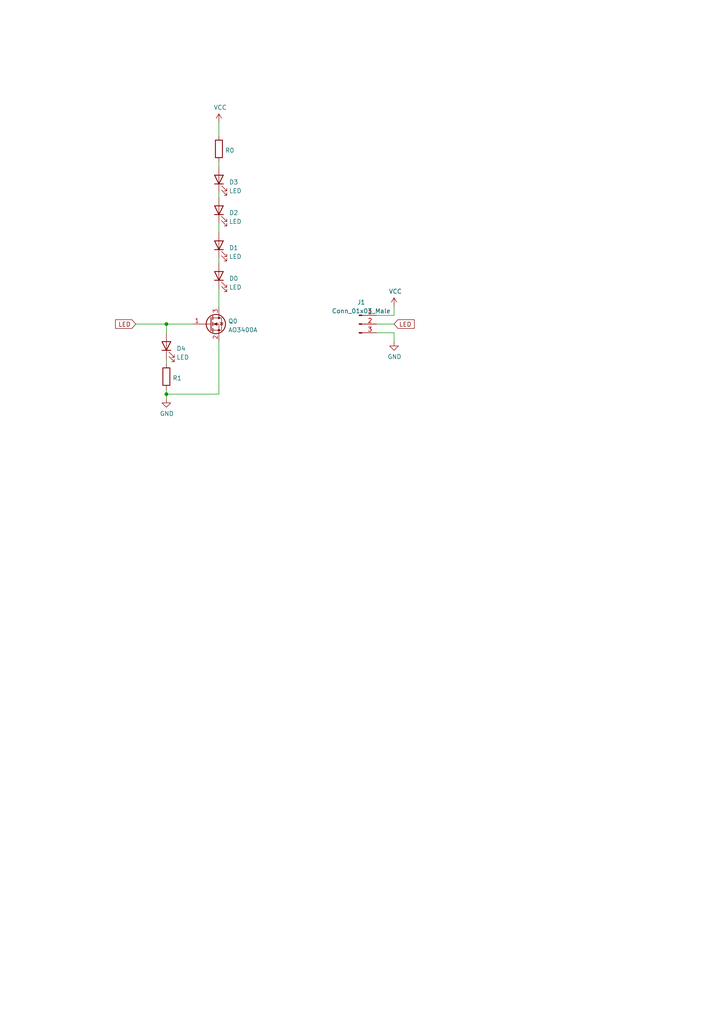
<source format=kicad_sch>
(kicad_sch (version 20211123) (generator eeschema)
  (paper "A4" portrait)
  (title_block (title "Helios - Circuito Sensorizado") (date "2022-07-25") (rev "1") (comment 1 "R = 2M") (comment 2 "VCC: 5V") (comment 3 "O0, O1, O2, O3: Salidas fotodiodos") (comment 4 "Autor: Jaime Bravo Algaba"))
  (lib_symbols
    (symbol "Connector:Conn_01x03_Male" (pin_names (offset 1.016) hide)
      (property "Reference" "J" (at 0 5.08 0))
      (property "Value" "Conn_01x03_Male" (at 0 -5.08 0))
      (symbol "Conn_01x03_Male_1_1"
        (polyline (pts (xy 1.27 -2.54) (xy 0.8636 -2.54)) (stroke (width 0.1524)))
        (polyline (pts (xy 1.27 0) (xy 0.8636 0)) (stroke (width 0.1524)))
        (polyline (pts (xy 1.27 2.54) (xy 0.8636 2.54)) (stroke (width 0.1524)))
        (rectangle (start 0.8636 -2.413) (end 0 -2.667) (stroke (width 0.1524)) (fill (type outline)))
        (rectangle (start 0.8636 0.127) (end 0 -0.127) (stroke (width 0.1524)) (fill (type outline)))
        (rectangle (start 0.8636 2.667) (end 0 2.413) (stroke (width 0.1524)) (fill (type outline)))
        (pin passive line (at 5.08 2.54 180) (length 3.81) (name "Pin_1") (number "1"))
        (pin passive line (at 5.08 0 180) (length 3.81) (name "Pin_2") (number "2"))
        (pin passive line (at 5.08 -2.54 180) (length 3.81) (name "Pin_3") (number "3"))
      )
    )
    (symbol "Device:LED" (pin_numbers hide) (pin_names (offset 1.016) hide)
      (property "Reference" "D" (at 0 2.54 0))
      (property "Value" "LED" (at 0 -2.54 0))
      (symbol "LED_0_1"
        (polyline (pts (xy -1.27 -1.27) (xy -1.27 1.27)) (stroke (width 0.254)))
        (polyline (pts (xy -1.27 0) (xy 1.27 0)))
        (polyline (pts (xy 1.27 -1.27) (xy 1.27 1.27) (xy -1.27 0) (xy 1.27 -1.27)) (stroke (width 0.254)))
        (polyline (pts (xy -3.048 -0.762) (xy -4.572 -2.286) (xy -3.81 -2.286) (xy -4.572 -2.286) (xy -4.572 -1.524)))
        (polyline (pts (xy -1.778 -0.762) (xy -3.302 -2.286) (xy -2.54 -2.286) (xy -3.302 -2.286) (xy -3.302 -1.524)))
      )
      (symbol "LED_1_1"
        (pin passive line (at -3.81 0 0) (length 2.54) (name "K") (number "1"))
        (pin passive line (at 3.81 0 180) (length 2.54) (name "A") (number "2"))
      )
    )
    (symbol "Device:R" (pin_numbers hide) (pin_names (offset 0))
      (property "Reference" "R" (at 2.032 0 90))
      (property "Value" "R" (at 0 0 90))
      (symbol "R_0_1"
        (rectangle (start -1.016 -2.54) (end 1.016 2.54) (stroke (width 0.254)))
      )
      (symbol "R_1_1"
        (pin passive line (at 0 3.81 270) (length 1.27) (name "~") (number "1"))
        (pin passive line (at 0 -3.81 90) (length 1.27) (name "~") (number "2"))
      )
    )
    (symbol "Transistor_FET:AO3400A" (pin_names hide)
      (property "Reference" "Q" (at 5.08 1.905 0))
      (property "Value" "AO3400A" (at 5.08 0 0))
      (symbol "AO3400A_0_1"
        (polyline (pts (xy 0.254 0) (xy -2.54 0)))
        (polyline (pts (xy 0.254 1.905) (xy 0.254 -1.905)) (stroke (width 0.254)))
        (polyline (pts (xy 0.762 -1.27) (xy 0.762 -2.286)) (stroke (width 0.254)))
        (polyline (pts (xy 0.762 0.508) (xy 0.762 -0.508)) (stroke (width 0.254)))
        (polyline (pts (xy 0.762 2.286) (xy 0.762 1.27)) (stroke (width 0.254)))
        (polyline (pts (xy 2.54 2.54) (xy 2.54 1.778)))
        (polyline (pts (xy 2.54 -2.54) (xy 2.54 0) (xy 0.762 0)))
        (polyline (pts (xy 0.762 -1.778) (xy 3.302 -1.778) (xy 3.302 1.778) (xy 0.762 1.778)))
        (polyline (pts (xy 1.016 0) (xy 2.032 0.381) (xy 2.032 -0.381) (xy 1.016 0)) (fill (type outline)))
        (polyline (pts (xy 2.794 0.508) (xy 2.921 0.381) (xy 3.683 0.381) (xy 3.81 0.254)))
        (polyline (pts (xy 3.302 0.381) (xy 2.921 -0.254) (xy 3.683 -0.254) (xy 3.302 0.381)))
        (circle (center 1.651 0) (radius 2.794) (stroke (width 0.254)))
        (circle (center 2.54 -1.778) (radius 0.254) (fill (type outline)))
        (circle (center 2.54 1.778) (radius 0.254) (fill (type outline)))
      )
      (symbol "AO3400A_1_1"
        (pin input line (at -5.08 0 0) (length 2.54) (name "G") (number "1"))
        (pin passive line (at 2.54 -5.08 90) (length 2.54) (name "S") (number "2"))
        (pin passive line (at 2.54 5.08 270) (length 2.54) (name "D") (number "3"))
      )
    )
    (symbol "power:GND" (power) (pin_names (offset 0))
      (property "Value" "GND" (at 0 -3.81 0))
      (symbol "GND_0_1"
        (polyline (pts (xy 0 0) (xy 0 -1.27) (xy 1.27 -1.27) (xy 0 -2.54) (xy -1.27 -1.27) (xy 0 -1.27)))
      )
      (symbol "GND_1_1"
        (pin power_in line (at 0 0 270) (length 0) hide (name "GND") (number "1"))
      )
    )
    (symbol "power:VCC" (power) (pin_names (offset 0))
      (property "Value" "VCC" (at 0 3.81 0))
      (symbol "VCC_0_1"
        (polyline (pts (xy -0.762 1.27) (xy 0 2.54)))
        (polyline (pts (xy 0 0) (xy 0 2.54)))
        (polyline (pts (xy 0 2.54) (xy 0.762 1.27)))
      )
      (symbol "VCC_1_1"
        (pin power_in line (at 0 0 90) (length 0) hide (name "VCC") (number "1"))
      )
    )
  )
  (junction (at 48.26 114.3))
  (junction (at 48.26 93.98))
  (wire (pts (xy 48.26 93.98) (xy 55.88 93.98)))
  (wire (pts (xy 48.26 113.03) (xy 48.26 114.3)))
  (wire (pts (xy 63.5 55.88) (xy 63.5 57.15)))
  (wire (pts (xy 63.5 74.93) (xy 63.5 76.2)))
  (wire (pts (xy 63.5 99.06) (xy 63.5 114.3)))
  (wire (pts (xy 63.5 88.9) (xy 63.5 83.82)))
  (wire (pts (xy 114.3 99.06) (xy 114.3 96.52)))
  (wire (pts (xy 63.5 35.56) (xy 63.5 39.37)))
  (wire (pts (xy 109.22 93.98) (xy 114.3 93.98)))
  (wire (pts (xy 63.5 46.99) (xy 63.5 48.26)))
  (wire (pts (xy 48.26 93.98) (xy 48.26 96.52)))
  (wire (pts (xy 114.3 96.52) (xy 109.22 96.52)))
  (wire (pts (xy 114.3 88.9) (xy 114.3 91.44)))
  (wire (pts (xy 48.26 114.3) (xy 48.26 115.57)))
  (wire (pts (xy 63.5 64.77) (xy 63.5 67.31)))
  (wire (pts (xy 48.26 104.14) (xy 48.26 105.41)))
  (wire (pts (xy 114.3 91.44) (xy 109.22 91.44)))
  (wire (pts (xy 39.37 93.98) (xy 48.26 93.98)))
  (wire (pts (xy 63.5 114.3) (xy 48.26 114.3)))
  (global_label "LED" (shape input) (at 39.37 93.98 180) (property "Intersheet References" "${INTERSHEET_REFS}" (effects hide)))
  (global_label "LED" (shape input) (at 114.3 93.98 0) (property "Intersheet References" "${INTERSHEET_REFS}" (effects hide)))
  (symbol (lib_id "Device:R") (at 48.26 109.22 0) (unit 1)
    (property "Reference" "R1" (at 50.038 109.6538 0) (effects (justify left)))
    (property "Value" "Rpd" (effects hide))
    (property "Footprint" "Helios:RS_0805" (effects hide))
  )
  (symbol (lib_id "Device:LED") (at 63.5 71.12 90) (unit 1)
    (property "Reference" "D1" (at 66.421 71.8728 90) (effects (justify right)))
    (property "Value" "LED" (at 66.421 74.4097 90) (effects (justify right)))
    (property "Footprint" "LED_SMD:LED_PLCC-2" (effects hide))
  )
  (symbol (lib_id "power:VCC") (at 114.3 88.9 0) (unit 1)
    (property "Reference" "#PWR0102" (effects hide))
    (property "Value" "VCC" (at 114.681 84.5058 0))
  )
  (symbol (lib_id "Transistor_FET:AO3400A") (at 60.96 93.98 0) (unit 1)
    (property "Reference" "Q0" (at 66.167 93.1453 0) (effects (justify left)))
    (property "Value" "AO3400A" (at 66.167 95.6822 0) (effects (justify left)))
    (property "Footprint" "Package_TO_SOT_SMD:SOT-23" (effects hide))
    (property "Datasheet" "http://www.aosmd.com/pdfs/datasheet/AO3400A.pdf" (effects hide))
  )
  (symbol (lib_id "power:GND") (at 114.3 99.06 0) (unit 1)
    (property "Reference" "#PWR0101" (effects hide))
    (property "Value" "GND" (at 114.427 103.4542 0))
  )
  (symbol (lib_id "Device:LED") (at 63.5 60.96 90) (unit 1)
    (property "Reference" "D2" (at 66.421 61.7128 90) (effects (justify right)))
    (property "Value" "LED" (at 66.421 64.2497 90) (effects (justify right)))
    (property "Footprint" "LED_SMD:LED_PLCC-2" (effects hide))
  )
  (symbol (lib_id "Device:R") (at 63.5 43.18 180) (unit 1)
    (property "Reference" "R0" (at 65.278 43.6138 0) (effects (justify right)))
    (property "Value" "RL" (effects hide))
    (property "Footprint" "Helios:RS_0805" (effects hide))
  )
  (symbol (lib_id "Device:LED") (at 63.5 52.07 90) (unit 1)
    (property "Reference" "D3" (at 66.421 52.8228 90) (effects (justify right)))
    (property "Value" "LED" (at 66.421 55.3597 90) (effects (justify right)))
    (property "Footprint" "LED_SMD:LED_PLCC-2" (effects hide))
  )
  (symbol (lib_id "Connector:Conn_01x03_Male") (at 104.14 93.98 0) (unit 1)
    (property "Reference" "J1" (at 104.775 87.664 0))
    (property "Value" "Conn_01x03_Male" (at 104.775 90.2009 0))
    (property "Footprint" "Connector_PinHeader_2.54mm:PinHeader_1x03_P2.54mm_Vertical" (effects hide))
  )
  (symbol (lib_id "power:VCC") (at 63.5 35.56 0) (unit 1)
    (property "Reference" "#PWR0115" (effects hide))
    (property "Value" "VCC" (at 63.881 31.1658 0))
  )
  (symbol (lib_id "power:GND") (at 48.26 115.57 0) (unit 1)
    (property "Reference" "#PWR0114" (effects hide))
    (property "Value" "GND" (at 48.387 119.9642 0))
  )
  (symbol (lib_id "Device:LED") (at 48.26 100.33 90) (unit 1)
    (property "Reference" "D4" (at 51.181 101.0828 90) (effects (justify right)))
    (property "Value" "LED" (at 51.181 103.6197 90) (effects (justify right)))
    (property "Footprint" "LED_SMD:LED_miniPLCC_2315_Handsoldering" (effects hide))
  )
  (symbol (lib_id "Device:LED") (at 63.5 80.01 90) (unit 1)
    (property "Reference" "D0" (at 66.421 80.7628 90) (effects (justify right)))
    (property "Value" "LED" (at 66.421 83.2997 90) (effects (justify right)))
    (property "Footprint" "LED_SMD:LED_PLCC-2" (effects hide))
  )
)
</source>
